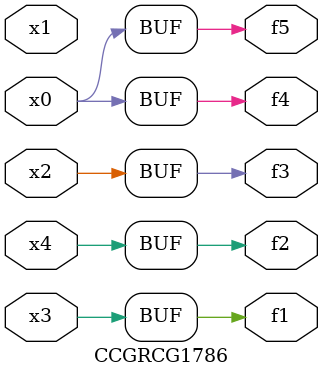
<source format=v>
module CCGRCG1786(
	input x0, x1, x2, x3, x4,
	output f1, f2, f3, f4, f5
);
	assign f1 = x3;
	assign f2 = x4;
	assign f3 = x2;
	assign f4 = x0;
	assign f5 = x0;
endmodule

</source>
